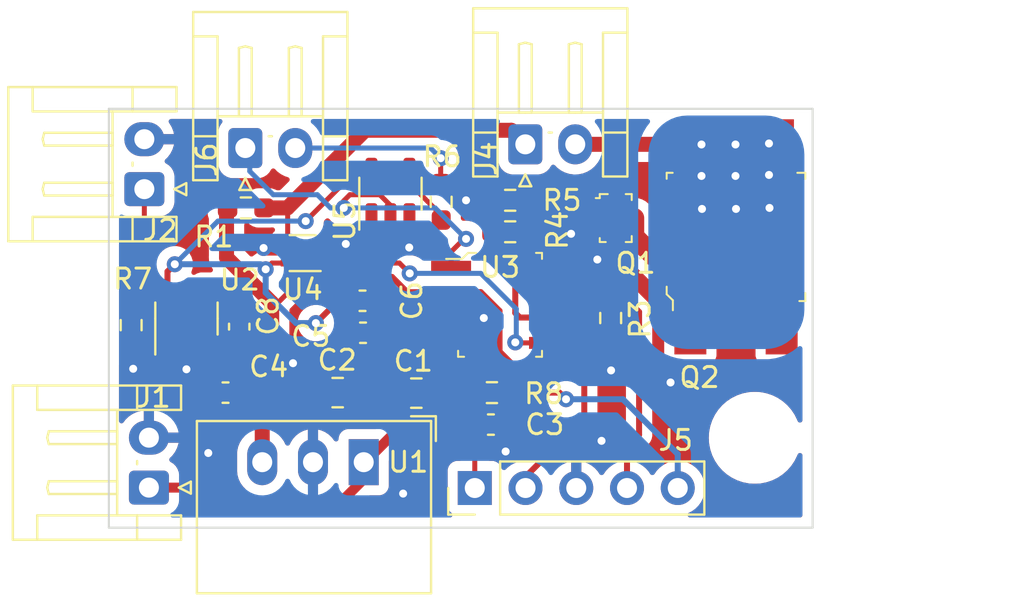
<source format=kicad_pcb>
(kicad_pcb (version 20211014) (generator pcbnew)
  (layers (0 "F.Cu" signal) (31 "B.Cu" signal) (34 "B.Paste" user) (35 "F.Paste" user) (36 "B.SilkS" user "B.Silkscreen") (37 "F.SilkS" user "F.Silkscreen") (38 "B.Mask" user) (39 "F.Mask" user) (44 "Edge.Cuts" user))
  (net 0 "")
  (net 1 "GND")
  (net 2 "puck_GND_pogo_pin")
  (net 3 "collector")
  (net 5 "+7V2")
  (net 6 "3V3")
  (net 7 "NRST")
  (net 8 "SHDN")
  (net 9 "Net-(J4-Pad1)")
  (net 10 "Net-(J6-Pad2)")
  (net 11 "Net-(Q1-Pad1)")
  (net 12 "SWCLK")
  (net 13 "PA12")
  (net 14 "LED")
  (net 16 "PA8")
  (net 17 "SWDIO")
  (net 19 "Net-(R6-Pad2)")
  (net 20 "Net-(C1-Pad1)")
  (footprint "digikey-footprints:SOIC-8_W3.9mm" (layer "F.Cu") (at 83.2104 53.4416 -90)
    (fp_text reference "U3" (at -1.8796 0) (layer "F.SilkS"))
    (fp_text value "STM32G031Jx")
    (fp_line (start 2.3 -2.1) (end 2.6 -2.1) (layer "F.SilkS") (width 0.1))
    (fp_line (start -2.3 1.9) (end -2.3 2.7) (layer "F.SilkS") (width 0.1))
    (fp_line (start -2.3 -2.1) (end -2.6 -2.1) (layer "F.SilkS") (width 0.1))
    (fp_line (start 2.6 2.1) (end 2.6 1.8) (layer "F.SilkS") (width 0.1))
    (fp_line (start -2.6 -2.1) (end -2.6 -1.8) (layer "F.SilkS") (width 0.1))
    (fp_line (start -2.6 1.6) (end -2.3 1.9) (layer "F.SilkS") (width 0.1))
    (fp_line (start 2.6 -2.1) (end 2.6 -1.8) (layer "F.SilkS") (width 0.1))
    (fp_line (start 2.3 2.1) (end 2.6 2.1) (layer "F.SilkS") (width 0.1))
    (fp_line (start -2.6 1.2) (end -2.6 1.6) (layer "F.SilkS") (width 0.1))
    (pad "1" smd rect locked (at -1.905 2.45 270) (size 0.6 2) (layers "F.Cu" "F.Paste" "F.Mask") (net 14 "LED"))
    (pad "2" smd rect locked (at -0.635 2.45 270) (size 0.6 2) (layers "F.Cu" "F.Paste" "F.Mask") (net 6 "3V3"))
    (pad "3" smd rect locked (at 0.635 2.45 270) (size 0.6 2) (layers "F.Cu" "F.Paste" "F.Mask") (net 1 "GND"))
    (pad "4" smd rect locked (at 1.905 2.45 270) (size 0.6 2) (layers "F.Cu" "F.Paste" "F.Mask") (net 7 "NRST"))
    (pad "5" smd rect locked (at 1.905 -2.45 270) (size 0.6 2) (layers "F.Cu" "F.Paste" "F.Mask") (net 16 "PA8"))
    (pad "6" smd rect locked (at 0.635 -2.45 270) (size 0.6 2) (layers "F.Cu" "F.Paste" "F.Mask") (net 13 "PA12"))
    (pad "7" smd rect locked (at -0.635 -2.45 270) (size 0.6 2) (layers "F.Cu" "F.Paste" "F.Mask") (net 17 "SWDIO"))
    (pad "8" smd rect locked (at -1.905 -2.45 270) (size 0.6 2) (layers "F.Cu" "F.Paste" "F.Mask") (net 12 "SWCLK"))
  )
  (footprint "Package_TO_SOT_SMD:TSOT-23-5" (layer "F.Cu") (at 77.724 47.879 90)
    (fp_text reference "U5" (at -1.3716 -2.286 90) (layer "F.SilkS"))
    (fp_text value "SN74LVC1G14DBV")
    (fp_line (start 0 1.56) (end 0.8 1.56) (layer "F.SilkS") (width 0.12))
    (fp_line (start 0 1.56) (end -0.8 1.56) (layer "F.SilkS") (width 0.12))
    (fp_line (start 0 -1.56) (end 0.8 -1.56) (layer "F.SilkS") (width 0.12))
    (fp_line (start 0 -1.56) (end -1.8 -1.56) (layer "F.SilkS") (width 0.12))
    (pad "1" smd roundrect (at -1.1375 -0.95 90) (size 1.325 0.6) (layers "F.Cu" "F.Paste" "F.Mask"))
    (pad "2" smd roundrect (at -1.1375 0 90) (size 1.325 0.6) (layers "F.Cu" "F.Paste" "F.Mask") (net 14 "LED"))
    (pad "3" smd roundrect (at -1.1375 0.95 90) (size 1.325 0.6) (layers "F.Cu" "F.Paste" "F.Mask") (net 1 "GND"))
    (pad "4" smd roundrect (at 1.1375 0.95 90) (size 1.325 0.6) (layers "F.Cu" "F.Paste" "F.Mask") (net 19 "Net-(R6-Pad2)"))
    (pad "5" smd roundrect (at 1.1375 -0.95 90) (size 1.325 0.6) (layers "F.Cu" "F.Paste" "F.Mask") (net 6 "3V3"))
  )
  (footprint "Capacitor_SMD:C_0603_1608Metric_Pad1.08x0.95mm_HandSolder" (layer "F.Cu") (at 76.3513 54.8386)
    (fp_text reference "C5" (at -2.6151 0.1778 180) (layer "F.SilkS"))
    (fp_text value "1uF")
    (fp_line (start -0.146267 0.51) (end 0.146267 0.51) (layer "F.SilkS") (width 0.12))
    (fp_line (start -0.146267 -0.51) (end 0.146267 -0.51) (layer "F.SilkS") (width 0.12))
    (pad "1" smd roundrect (at -0.8625 0) (size 1.075 0.95) (layers "F.Cu" "F.Paste" "F.Mask") (net 6 "3V3"))
    (pad "2" smd roundrect (at 0.8625 0) (size 1.075 0.95) (layers "F.Cu" "F.Paste" "F.Mask") (net 1 "GND"))
  )
  (footprint "Connector_JST:JST_EH_S2B-EH_1x02_P2.50mm_Horizontal" (layer "F.Cu") (at 84.475 45.4077)
    (fp_text reference "J4" (at -1.9504 0.7187 90) (layer "F.SilkS"))
    (fp_text value "puck_contacts")
    (fp_line (start -2.61 1.61) (end -2.61 -6.81) (layer "F.SilkS") (width 0.12))
    (fp_line (start -1.39 1.61) (end -2.61 1.61) (layer "F.SilkS") (width 0.12))
    (fp_line (start 0 1.5) (end -0.3 2.1) (layer "F.SilkS") (width 0.12))
    (fp_line (start -0.32 -5.01) (end 0 -5.09) (layer "F.SilkS") (width 0.12))
    (fp_line (start 2.82 -1.59) (end 2.5 -1.59) (layer "F.SilkS") (width 0.12))
    (fp_line (start -2.61 -6.81) (end 5.11 -6.81) (layer "F.SilkS") (width 0.12))
    (fp_line (start 0.32 -1.59) (end 0 -1.59) (layer "F.SilkS") (width 0.12))
    (fp_line (start 5.11 -6.81) (end 5.11 1.61) (layer "F.SilkS") (width 0.12))
    (fp_line (start 2.5 -5.09) (end 2.82 -5.01) (layer "F.SilkS") (width 0.12))
    (fp_line (start 3.89 -5.59) (end 3.89 -0.59) (layer "F.SilkS") (width 0.12))
    (fp_line (start 0.32 -5.01) (end 0.32 -1.59) (layer "F.SilkS") (width 0.12))
    (fp_line (start 5.11 1.61) (end 3.89 1.61) (layer "F.SilkS") (width 0.12))
    (fp_line (start 0.3 2.1) (end 0 1.5) (layer "F.SilkS") (width 0.12))
    (fp_line (start -0.32 -1.59) (end -0.32 -5.01) (layer "F.SilkS") (width 0.12))
    (fp_line (start -1.39 -0.59) (end -1.39 1.61) (layer "F.SilkS") (width 0.12))
    (fp_line (start 3.89 -0.59) (end 5.11 -0.59) (layer "F.SilkS") (width 0.12))
    (fp_line (start -0.3 2.1) (end 0.3 2.1) (layer "F.SilkS") (width 0.12))
    (fp_line (start -1.39 -0.59) (end -2.61 -0.59) (layer "F.SilkS") (width 0.12))
    (fp_line (start 2.18 -1.59) (end 2.18 -5.01) (layer "F.SilkS") (width 0.12))
    (fp_line (start 2.18 -5.01) (end 2.5 -5.09) (layer "F.SilkS") (width 0.12))
    (fp_line (start 0 -1.59) (end -0.32 -1.59) (layer "F.SilkS") (width 0.12))
    (fp_line (start 2.5 -1.59) (end 2.18 -1.59) (layer "F.SilkS") (width 0.12))
    (fp_line (start 3.89 1.61) (end 3.89 -0.59) (layer "F.SilkS") (width 0.12))
    (fp_line (start 2.82 -5.01) (end 2.82 -1.59) (layer "F.SilkS") (width 0.12))
    (fp_line (start 0 -5.09) (end 0.32 -5.01) (layer "F.SilkS") (width 0.12))
    (fp_line (start 1.17 -0.59) (end 1.33 -0.59) (layer "F.SilkS") (width 0.12))
    (fp_line (start 5.11 -5.59) (end 3.89 -5.59) (layer "F.SilkS") (width 0.12))
    (fp_line (start -2.61 -5.59) (end -1.39 -5.59) (layer "F.SilkS") (width 0.12))
    (fp_line (start -1.39 -5.59) (end -1.39 -0.59) (layer "F.SilkS") (width 0.12))
    (fp_line (start -1.39 -1.59) (end 3.89 -1.59) (layer "F.SilkS") (width 0.12))
    (pad "1" thru_hole roundrect (at 0 0) (size 1.7 2) (drill 1) (layers *.Cu *.Mask) (roundrect_rratio 0.1470588235) (net 9 "Net-(J4-Pad1)"))
    (pad "2" thru_hole oval (at 2.5 0) (size 1.7 2) (drill 1) (layers *.Cu *.Mask) (net 2 "puck_GND_pogo_pin"))
  )
  (footprint "Connector_JST:JST_EH_S2B-EH_1x02_P2.50mm_Horizontal" (layer "F.Cu") (at 65.405 47.6504 90)
    (fp_text reference "J2" (at -2.0574 0.7874 180) (layer "F.SilkS"))
    (fp_text value "NC_push_button")
    (fp_line (start 0 -5.09) (end 0.32 -5.01) (layer "F.SilkS") (width 0.12))
    (fp_line (start -1.39 -5.59) (end -1.39 -0.59) (layer "F.SilkS") (width 0.12))
    (fp_line (start 0.32 -1.59) (end 0 -1.59) (layer "F.SilkS") (width 0.12))
    (fp_line (start 3.89 1.61) (end 3.89 -0.59) (layer "F.SilkS") (width 0.12))
    (fp_line (start 3.89 -5.59) (end 3.89 -0.59) (layer "F.SilkS") (width 0.12))
    (fp_line (start -1.39 -1.59) (end 3.89 -1.59) (layer "F.SilkS") (width 0.12))
    (fp_line (start 2.5 -1.59) (end 2.18 -1.59) (layer "F.SilkS") (width 0.12))
    (fp_line (start -0.32 -5.01) (end 0 -5.09) (layer "F.SilkS") (width 0.12))
    (fp_line (start -2.61 -6.81) (end 5.11 -6.81) (layer "F.SilkS") (width 0.12))
    (fp_line (start -2.61 -5.59) (end -1.39 -5.59) (layer "F.SilkS") (width 0.12))
    (fp_line (start 2.18 -1.59) (end 2.18 -5.01) (layer "F.SilkS") (width 0.12))
    (fp_line (start 3.89 -0.59) (end 5.11 -0.59) (layer "F.SilkS") (width 0.12))
    (fp_line (start 5.11 1.61) (end 3.89 1.61) (layer "F.SilkS") (width 0.12))
    (fp_line (start 5.11 -6.81) (end 5.11 1.61) (layer "F.SilkS") (width 0.12))
    (fp_line (start 0.32 -5.01) (end 0.32 -1.59) (layer "F.SilkS") (width 0.12))
    (fp_line (start -1.39 -0.59) (end -1.39 1.61) (layer "F.SilkS") (width 0.12))
    (fp_line (start 0.3 2.1) (end 0 1.5) (layer "F.SilkS") (width 0.12))
    (fp_line (start -0.3 2.1) (end 0.3 2.1) (layer "F.SilkS") (width 0.12))
    (fp_line (start 5.11 -5.59) (end 3.89 -5.59) (layer "F.SilkS") (width 0.12))
    (fp_line (start 2.5 -5.09) (end 2.82 -5.01) (layer "F.SilkS") (width 0.12))
    (fp_line (start 2.82 -1.59) (end 2.5 -1.59) (layer "F.SilkS") (width 0.12))
    (fp_line (start 0 1.5) (end -0.3 2.1) (layer "F.SilkS") (width 0.12))
    (fp_line (start -0.32 -1.59) (end -0.32 -5.01) (layer "F.SilkS") (width 0.12))
    (fp_line (start -1.39 -0.59) (end -2.61 -0.59) (layer "F.SilkS") (width 0.12))
    (fp_line (start -2.61 1.61) (end -2.61 -6.81) (layer "F.SilkS") (width 0.12))
    (fp_line (start 0 -1.59) (end -0.32 -1.59) (layer "F.SilkS") (width 0.12))
    (fp_line (start -1.39 1.61) (end -2.61 1.61) (layer "F.SilkS") (width 0.12))
    (fp_line (start 1.17 -0.59) (end 1.33 -0.59) (layer "F.SilkS") (width 0.12))
    (fp_line (start 2.18 -5.01) (end 2.5 -5.09) (layer "F.SilkS") (width 0.12))
    (fp_line (start 2.82 -5.01) (end 2.82 -1.59) (layer "F.SilkS") (width 0.12))
    (pad "1" thru_hole roundrect (at 0 0 90) (size 1.7 2) (drill 1) (layers *.Cu *.Mask) (roundrect_rratio 0.1470588235) (net 8 "SHDN"))
    (pad "2" thru_hole oval (at 2.5 0 90) (size 1.7 2) (drill 1) (layers *.Cu *.Mask) (net 1 "GND"))
  )
  (footprint "digikey-footprints:TO-252-3" (layer "F.Cu") (at 95.0214 50.3428 90)
    (fp_text reference "Q2" (at -6.731 -1.8288 180) (layer "F.SilkS"))
    (fp_text value "CDCLD400 TR13")
    (fp_line (start -2.57 -3.47) (end -2.87 -3.16) (layer "F.SilkS") (width 0.1))
    (fp_line (start 3.51 -3.17) (end 3.51 -3.47) (layer "F.SilkS") (width 0.1))
    (fp_line (start -2.19 -3.47) (end -2.57 -3.47) (layer "F.SilkS") (width 0.1))
    (fp_line (start -2.87 -3.16) (end -3.37 -3.16) (layer "F.SilkS") (width 0.1))
    (fp_line (start -2.51 3.47) (end -2.91 3.47) (layer "F.SilkS") (width 0.1))
    (fp_line (start 3.51 3.47) (end 3.51 3.07) (layer "F.SilkS") (width 0.1))
    (fp_line (start -2.91 3.47) (end -2.91 3.17) (layer "F.SilkS") (width 0.1))
    (fp_line (start 3.51 -3.47) (end 3.21 -3.47) (layer "F.SilkS") (width 0.1))
    (fp_line (start 3.21 3.47) (end 3.51 3.47) (layer "F.SilkS") (width 0.1))
    (pad "1" smd rect locked (at -4.08 -2.285 270) (size 3 1.6) (layers "F.Cu" "F.Paste" "F.Mask") (net 3 "collector"))
    (pad "3" smd rect locked (at -4.08 2.285 270) (size 3 1.6) (layers "F.Cu" "F.Paste" "F.Mask"))
    (pad "4" smd rect locked (at 3.09 0 270) (size 6.2 5.8) (layers "F.Cu" "F.Paste" "F.Mask") (net 2 "puck_GND_pogo_pin"))
  )
  (footprint "Package_TO_SOT_SMD:SOT-563" (layer "F.Cu") (at 73.3298 50.8508 180)
    (fp_text reference "U4" (at 0 -1.8288) (layer "F.SilkS"))
    (fp_text value "INA185A4IDRLR")
    (fp_line (start 0.65 0.9) (end -0.65 0.9) (layer "F.SilkS") (width 0.12))
    (fp_line (start -0.9 -0.9) (end 0.65 -0.9) (layer "F.SilkS") (width 0.12))
    (pad "1" smd rect (at -0.75 -0.5 180) (size 0.7 0.34) (layers "F.Cu" "F.Paste" "F.Mask") (net 16 "PA8"))
    (pad "2" smd rect (at -0.75 0 180) (size 0.7 0.34) (layers "F.Cu" "F.Paste" "F.Mask") (net 1 "GND"))
    (pad "3" smd rect (at -0.75 0.5 180) (size 0.7 0.34) (layers "F.Cu" "F.Paste" "F.Mask") (net 5 "+7V2"))
    (pad "4" smd rect (at 0.75 0.5 180) (size 0.7 0.34) (layers "F.Cu" "F.Paste" "F.Mask") (net 9 "Net-(J4-Pad1)"))
    (pad "5" smd rect (at 0.75 0 180) (size 0.7 0.34) (layers "F.Cu" "F.Paste" "F.Mask") (net 1 "GND"))
    (pad "6" smd rect (at 0.75 -0.5 180) (size 0.7 0.34) (layers "F.Cu" "F.Paste" "F.Mask") (net 6 "3V3"))
  )
  (footprint "Capacitor_SMD:C_0603_1608Metric_Pad1.08x0.95mm_HandSolder" (layer "F.Cu") (at 69.469 57.8358 180)
    (fp_text reference "C4" (at -2.159 1.2954) (layer "F.SilkS"))
    (fp_text value "1uF")
    (fp_line (start -0.146267 -0.51) (end 0.146267 -0.51) (layer "F.SilkS") (width 0.12))
    (fp_line (start -0.146267 0.51) (end 0.146267 0.51) (layer "F.SilkS") (width 0.12))
    (pad "1" smd roundrect (at -0.8625 0 180) (size 1.075 0.95) (layers "F.Cu" "F.Paste" "F.Mask") (net 5 "+7V2"))
    (pad "2" smd roundrect (at 0.8625 0 180) (size 1.075 0.95) (layers "F.Cu" "F.Paste" "F.Mask") (net 1 "GND"))
  )
  (footprint "Capacitor_SMD:C_0603_1608Metric_Pad1.08x0.95mm_HandSolder" (layer "F.Cu") (at 76.3259 53.2384)
    (fp_text reference "C6" (at 2.4649 0 90) (layer "F.SilkS"))
    (fp_text value "1uF")
    (fp_line (start -0.146267 0.51) (end 0.146267 0.51) (layer "F.SilkS") (width 0.12))
    (fp_line (start -0.146267 -0.51) (end 0.146267 -0.51) (layer "F.SilkS") (width 0.12))
    (pad "1" smd roundrect (at -0.8625 0) (size 1.075 0.95) (layers "F.Cu" "F.Paste" "F.Mask") (net 6 "3V3"))
    (pad "2" smd roundrect (at 0.8625 0) (size 1.075 0.95) (layers "F.Cu" "F.Paste" "F.Mask") (net 1 "GND"))
  )
  (footprint "Connector_PinHeader_2.54mm:PinHeader_1x05_P2.54mm_Vertical" (layer "F.Cu") (at 81.9454 62.611 90)
    (fp_text reference "J5" (at 2.3876 10.0584) (layer "F.SilkS"))
    (fp_text value "Conn_01x05")
    (fp_line (start -1.33 0) (end -1.33 -1.33) (layer "F.SilkS") (width 0.12))
    (fp_line (start -1.33 1.27) (end -1.33 11.49) (layer "F.SilkS") (width 0.12))
    (fp_line (start -1.33 -1.33) (end 0 -1.33) (layer "F.SilkS") (width 0.12))
    (fp_line (start -1.33 1.27) (end 1.33 1.27) (layer "F.SilkS") (width 0.12))
    (fp_line (start 1.33 1.27) (end 1.33 11.49) (layer "F.SilkS") (width 0.12))
    (fp_line (start -1.33 11.49) (end 1.33 11.49) (layer "F.SilkS") (width 0.12))
    (pad "1" thru_hole rect (at 0 0 90) (size 1.7 1.7) (drill 1) (layers *.Cu *.Mask) (net 7 "NRST"))
    (pad "2" thru_hole oval (at 0 2.54 90) (size 1.7 1.7) (drill 1) (layers *.Cu *.Mask) (net 17 "SWDIO"))
    (pad "3" thru_hole oval (at 0 5.08 90) (size 1.7 1.7) (drill 1) (layers *.Cu *.Mask) (net 1 "GND"))
    (pad "4" thru_hole oval (at 0 7.62 90) (size 1.7 1.7) (drill 1) (layers *.Cu *.Mask) (net 12 "SWCLK"))
    (pad "5" thru_hole oval (at 0 10.16 90) (size 1.7 1.7) (drill 1) (layers *.Cu *.Mask) (net 6 "3V3"))
  )
  (footprint "MountingHole:MountingHole_2.2mm_M2_ISO14580" (layer "F.Cu") (at 95.9612 60.0964)
    (fp_text reference "REF**" hide)
    (fp_text value "MountingHole_2.2mm_M2_ISO14580")
    (pad "" np_thru_hole circle (at 0 0) (size 2.2 2.2) (drill 2.2) (layers *.Cu *.Mask))
  )
  (footprint "Resistor_SMD:R_0603_1608Metric_Pad0.98x0.95mm_HandSolder" (layer "F.Cu") (at 70.485 48.5902 180)
    (fp_text reference "R1" (at 1.6002 -1.4478) (layer "F.SilkS"))
    (fp_text value "0.06Ohm")
    (fp_line (start -0.254724 0.5225) (end 0.254724 0.5225) (layer "F.SilkS") (width 0.12))
    (fp_line (start -0.254724 -0.5225) (end 0.254724 -0.5225) (layer "F.SilkS") (width 0.12))
    (pad "1" smd roundrect (at -0.9125 0 180) (size 0.975 0.95) (layers "F.Cu" "F.Paste" "F.Mask") (net 9 "Net-(J4-Pad1)"))
    (pad "2" smd roundrect (at 0.9125 0 180) (size 0.975 0.95) (layers "F.Cu" "F.Paste" "F.Mask") (net 5 "+7V2"))
  )
  (footprint "Capacitor_SMD:C_0805_2012Metric_Pad1.18x1.45mm_HandSolder" (layer "F.Cu") (at 79.0194 57.8612)
    (fp_text reference "C1" (at -0.1524 -1.6002) (layer "F.SilkS"))
    (fp_text value "47uF")
    (fp_line (start -0.261252 0.735) (end 0.261252 0.735) (layer "F.SilkS") (width 0.12))
    (fp_line (start -0.261252 -0.735) (end 0.261252 -0.735) (layer "F.SilkS") (width 0.12))
    (pad "1" smd roundrect (at -1.0375 0) (size 1.175 1.45) (layers "F.Cu" "F.Paste" "F.Mask") (roundrect_rratio 0.2127659574) (net 20 "Net-(C1-Pad1)"))
    (pad "2" smd roundrect (at 1.0375 0) (size 1.175 1.45) (layers "F.Cu" "F.Paste" "F.Mask") (roundrect_rratio 0.2127659574) (net 1 "GND"))
  )
  (footprint "Resistor_SMD:R_0603_1608Metric_Pad0.98x0.95mm_HandSolder" (layer "F.Cu") (at 82.804 57.8358 180)
    (fp_text reference "R8" (at -2.5908 -0.0508) (layer "F.SilkS"))
    (fp_text value "10k")
    (fp_line (start -0.254724 -0.5225) (end 0.254724 -0.5225) (layer "F.SilkS") (width 0.12))
    (fp_line (start -0.254724 0.5225) (end 0.254724 0.5225) (layer "F.SilkS") (width 0.12))
    (pad "1" smd roundrect (at -0.9125 0 180) (size 0.975 0.95) (layers "F.Cu" "F.Paste" "F.Mask") (net 6 "3V3"))
    (pad "2" smd roundrect (at 0.9125 0 180) (size 0.975 0.95) (layers "F.Cu" "F.Paste" "F.Mask") (net 7 "NRST"))
  )
  (footprint "Resistor_SMD:R_0603_1608Metric_Pad0.98x0.95mm_HandSolder" (layer "F.Cu") (at 83.7184 48.2092)
    (fp_text reference "R5" (at 2.5908 0) (layer "F.SilkS"))
    (fp_text value "10k")
    (fp_line (start -0.254724 0.5225) (end 0.254724 0.5225) (layer "F.SilkS") (width 0.12))
    (fp_line (start -0.254724 -0.5225) (end 0.254724 -0.5225) (layer "F.SilkS") (width 0.12))
    (pad "1" smd roundrect (at -0.9125 0) (size 0.975 0.95) (layers "F.Cu" "F.Paste" "F.Mask") (net 1 "GND"))
    (pad "2" smd roundrect (at 0.9125 0) (size 0.975 0.95) (layers "F.Cu" "F.Paste" "F.Mask") (net 11 "Net-(Q1-Pad1)"))
  )
  (footprint "Resistor_SMD:R_0603_1608Metric_Pad0.98x0.95mm_HandSolder" (layer "F.Cu") (at 80.264 48.2854 -90)
    (fp_text reference "R6" (at -2.2606 -0.0508) (layer "F.SilkS"))
    (fp_text value "240")
    (fp_line (start -0.254724 0.5225) (end 0.254724 0.5225) (layer "F.SilkS") (width 0.12))
    (fp_line (start -0.254724 -0.5225) (end 0.254724 -0.5225) (layer "F.SilkS") (width 0.12))
    (pad "1" smd roundrect (at -0.9125 0 270) (size 0.975 0.95) (layers "F.Cu" "F.Paste" "F.Mask") (net 10 "Net-(J6-Pad2)"))
    (pad "2" smd roundrect (at 0.9125 0 270) (size 0.975 0.95) (layers "F.Cu" "F.Paste" "F.Mask") (net 19 "Net-(R6-Pad2)"))
  )
  (footprint "Capacitor_SMD:C_0603_1608Metric_Pad1.08x0.95mm_HandSolder" (layer "F.Cu") (at 82.7532 59.436)
    (fp_text reference "C3" (at 2.6924 0) (layer "F.SilkS"))
    (fp_text value "0.1u")
    (fp_line (start -0.146267 -0.51) (end 0.146267 -0.51) (layer "F.SilkS") (width 0.12))
    (fp_line (start -0.146267 0.51) (end 0.146267 0.51) (layer "F.SilkS") (width 0.12))
    (pad "1" smd roundrect (at -0.8625 0) (size 1.075 0.95) (layers "F.Cu" "F.Paste" "F.Mask") (net 7 "NRST"))
    (pad "2" smd roundrect (at 0.8625 0) (size 1.075 0.95) (layers "F.Cu" "F.Paste" "F.Mask") (net 1 "GND"))
  )
  (footprint "Connector_JST:JST_EH_S2B-EH_1x02_P2.50mm_Horizontal" (layer "F.Cu") (at 70.4596 45.593)
    (fp_text reference "J6" (at -1.9304 0.5842 90) (layer "F.SilkS"))
    (fp_text value "LED")
    (fp_line (start 3.89 -5.59) (end 3.89 -0.59) (layer "F.SilkS") (width 0.12))
    (fp_line (start 0.32 -1.59) (end 0 -1.59) (layer "F.SilkS") (width 0.12))
    (fp_line (start -1.39 -0.59) (end -1.39 1.61) (layer "F.SilkS") (width 0.12))
    (fp_line (start -2.61 -5.59) (end -1.39 -5.59) (layer "F.SilkS") (width 0.12))
    (fp_line (start 2.5 -5.09) (end 2.82 -5.01) (layer "F.SilkS") (width 0.12))
    (fp_line (start -0.3 2.1) (end 0.3 2.1) (layer "F.SilkS") (width 0.12))
    (fp_line (start -1.39 -5.59) (end -1.39 -0.59) (layer "F.SilkS") (width 0.12))
    (fp_line (start 3.89 1.61) (end 3.89 -0.59) (layer "F.SilkS") (width 0.12))
    (fp_line (start 0.32 -5.01) (end 0.32 -1.59) (layer "F.SilkS") (width 0.12))
    (fp_line (start 5.11 1.61) (end 3.89 1.61) (layer "F.SilkS") (width 0.12))
    (fp_line (start 5.11 -6.81) (end 5.11 1.61) (layer "F.SilkS") (width 0.12))
    (fp_line (start 2.18 -5.01) (end 2.5 -5.09) (layer "F.SilkS") (width 0.12))
    (fp_line (start 1.17 -0.59) (end 1.33 -0.59) (layer "F.SilkS") (width 0.12))
    (fp_line (start 2.82 -1.59) (end 2.5 -1.59) (layer "F.SilkS") (width 0.12))
    (fp_line (start 2.82 -5.01) (end 2.82 -1.59) (layer "F.SilkS") (width 0.12))
    (fp_line (start -2.61 -6.81) (end 5.11 -6.81) (layer "F.SilkS") (width 0.12))
    (fp_line (start 3.89 -0.59) (end 5.11 -0.59) (layer "F.SilkS") (width 0.12))
    (fp_line (start 0 -1.59) (end -0.32 -1.59) (layer "F.SilkS") (width 0.12))
    (fp_line (start 0 1.5) (end -0.3 2.1) (layer "F.SilkS") (width 0.12))
    (fp_line (start -1.39 -1.59) (end 3.89 -1.59) (layer "F.SilkS") (width 0.12))
    (fp_line (start 5.11 -5.59) (end 3.89 -5.59) (layer "F.SilkS") (width 0.12))
    (fp_line (start -1.39 1.61) (end -2.61 1.61) (layer "F.SilkS") (width 0.12))
    (fp_line (start -0.32 -1.59) (end -0.32 -5.01) (layer "F.SilkS") (width 0.12))
    (fp_line (start 2.5 -1.59) (end 2.18 -1.59) (layer "F.SilkS") (width 0.12))
    (fp_line (start 2.18 -1.59) (end 2.18 -5.01) (layer "F.SilkS") (width 0.12))
    (fp_line (start 0 -5.09) (end 0.32 -5.01) (layer "F.SilkS") (width 0.12))
    (fp_line (start -1.39 -0.59) (end -2.61 -0.59) (layer "F.SilkS") (width 0.12))
    (fp_line (start -0.32 -5.01) (end 0 -5.09) (layer "F.SilkS") (width 0.12))
    (fp_line (start -2.61 1.61) (end -2.61 -6.81) (layer "F.SilkS") (width 0.12))
    (fp_line (start 0.3 2.1) (end 0 1.5) (layer "F.SilkS") (width 0.12))
    (pad "1" thru_hole roundrect (at 0 0) (size 1.7 2) (drill 1) (layers *.Cu *.Mask) (roundrect_rratio 0.1470588235) (net 14 "LED"))
    (pad "2" thru_hole oval (at 2.5 0) (size 1.7 2) (drill 1) (layers *.Cu *.Mask) (net 10 "Net-(J6-Pad2)"))
  )
  (footprint "Package_TO_SOT_SMD:SOT-23-5" (layer "F.Cu") (at 67.5132 54.1274 90)
    (fp_text reference "U2" (at 1.9304 2.667 180) (layer "F.SilkS"))
    (fp_text value "MCP1801T-3302I/OT")
    (fp_line (start 0 -1.56) (end -1.8 -1.56) (layer "F.SilkS") (width 0.12))
    (fp_line (start 0 1.56) (end 0.8 1.56) (layer "F.SilkS") (width 0.12))
    (fp_line (start 0 1.56) (end -0.8 1.56) (layer "F.SilkS") (width 0.12))
    (fp_line (start 0 -1.56) (end 0.8 -1.56) (layer "F.SilkS") (width 0.12))
    (pad "1" smd roundrect (at -1.1375 -0.95 90) (size 1.325 0.6) (layers "F.Cu" "F.Paste" "F.Mask") (net 5 "+7V2"))
    (pad "2" smd roundrect (at -1.1375 0 90) (size 1.325 0.6) (layers "F.Cu" "F.Paste" "F.Mask") (net 1 "GND"))
    (pad "3" smd roundrect (at -1.1375 0.95 90) (size 1.325 0.6) (layers "F.Cu" "F.Paste" "F.Mask") (net 8 "SHDN"))
    (pad "4" smd roundrect (at 1.1375 0.95 90) (size 1.325 0.6) (layers "F.Cu" "F.Paste" "F.Mask"))
    (pad "5" smd roundrect (at 1.1375 -0.95 90) (size 1.325 0.6) (layers "F.Cu" "F.Paste" "F.Mask") (net 6 "3V3"))
  )
  (footprint "Capacitor_SMD:C_0603_1608Metric_Pad1.08x0.95mm_HandSolder" (layer "F.Cu") (at 70.1548 54.5338 -90)
    (fp_text reference "C8" (at -0.5334 -1.4478 90) (layer "F.SilkS"))
    (fp_text value "0.1u")
    (fp_line (start -0.146267 -0.51) (end 0.146267 -0.51) (layer "F.SilkS") (width 0.12))
    (fp_line (start -0.146267 0.51) (end 0.146267 0.51) (layer "F.SilkS") (width 0.12))
    (pad "1" smd roundrect (at -0.8625 0 270) (size 1.075 0.95) (layers "F.Cu" "F.Paste" "F.Mask") (net 8 "SHDN"))
    (pad "2" smd roundrect (at 0.8625 0 270) (size 1.075 0.95) (layers "F.Cu" "F.Paste" "F.Mask") (net 1 "GND"))
  )
  (footprint "Resistor_SMD:R_0603_1608Metric_Pad0.98x0.95mm_HandSolder" (layer "F.Cu") (at 64.7446 54.4576 90)
    (fp_text reference locked "R7" (at 2.3114 0.0762 180) (layer "F.SilkS"))
    (fp_text value "10k")
    (fp_line (start -0.254724 0.5225) (end 0.254724 0.5225) (layer "F.SilkS") (width 0.12))
    (fp_line (start -0.254724 -0.5225) (end 0.254724 -0.5225) (layer "F.SilkS") (width 0.12))
    (pad "1" smd roundrect (at -0.9125 0 90) (size 0.975 0.95) (layers "F.Cu" "F.Paste" "F.Mask") (net 5 "+7V2"))
    (pad "2" smd roundrect (at 0.9125 0 90) (size 0.975 0.95) (layers "F.Cu" "F.Paste" "F.Mask") (net 8 "SHDN"))
  )
  (footprint "Connector_JST:JST_EH_S2B-EH_1x02_P2.50mm_Horizontal" (layer "F.Cu") (at 65.6336 62.5906 90)
    (fp_text reference "J1" (at 4.5262 0.2286 180) (layer "F.SilkS"))
    (fp_text value "Power_supply")
    (fp_line (start 2.5 -1.59) (end 2.18 -1.59) (layer "F.SilkS") (width 0.12))
    (fp_line (start 3.89 1.61) (end 3.89 -0.59) (layer "F.SilkS") (width 0.12))
    (fp_line (start -1.39 -0.59) (end -2.61 -0.59) (layer "F.SilkS") (width 0.12))
    (fp_line (start 0 -5.09) (end 0.32 -5.01) (layer "F.SilkS") (width 0.12))
    (fp_line (start -1.39 -5.59) (end -1.39 -0.59) (layer "F.SilkS") (width 0.12))
    (fp_line (start 0.32 -1.59) (end 0 -1.59) (layer "F.SilkS") (width 0.12))
    (fp_line (start 0.3 2.1) (end 0 1.5) (layer "F.SilkS") (width 0.12))
    (fp_line (start -1.39 -1.59) (end 3.89 -1.59) (layer "F.SilkS") (width 0.12))
    (fp_line (start 5.11 -5.59) (end 3.89 -5.59) (layer "F.SilkS") (width 0.12))
    (fp_line (start 2.5 -5.09) (end 2.82 -5.01) (layer "F.SilkS") (width 0.12))
    (fp_line (start 2.82 -1.59) (end 2.5 -1.59) (layer "F.SilkS") (width 0.12))
    (fp_line (start 3.89 -0.59) (end 5.11 -0.59) (layer "F.SilkS") (width 0.12))
    (fp_line (start 0 1.5) (end -0.3 2.1) (layer "F.SilkS") (width 0.12))
    (fp_line (start 5.11 1.61) (end 3.89 1.61) (layer "F.SilkS") (width 0.12))
    (fp_line (start -0.32 -1.59) (end -0.32 -5.01) (layer "F.SilkS") (width 0.12))
    (fp_line (start -1.39 -0.59) (end -1.39 1.61) (layer "F.SilkS") (width 0.12))
    (fp_line (start -2.61 -6.81) (end 5.11 -6.81) (layer "F.SilkS") (width 0.12))
    (fp_line (start -2.61 1.61) (end -2.61 -6.81) (layer "F.SilkS") (width 0.12))
    (fp_line (start -2.61 -5.59) (end -1.39 -5.59) (layer "F.SilkS") (width 0.12))
    (fp_line (start 1.17 -0.59) (end 1.33 -0.59) (layer "F.SilkS") (width 0.12))
    (fp_line (start 3.89 -5.59) (end 3.89 -0.59) (layer "F.SilkS") (width 0.12))
    (fp_line (start -1.39 1.61) (end -2.61 1.61) (layer "F.SilkS") (width 0.12))
    (fp_line (start 0 -1.59) (end -0.32 -1.59) (layer "F.SilkS") (width 0.12))
    (fp_line (start 0.32 -5.01) (end 0.32 -1.59) (layer "F.SilkS") (width 0.12))
    (fp_line (start 2.82 -5.01) (end 2.82 -1.59) (layer "F.SilkS") (width 0.12))
    (fp_line (start 2.18 -1.59) (end 2.18 -5.01) (layer "F.SilkS") (width 0.12))
    (fp_line (start 2.18 -5.01) (end 2.5 -5.09) (layer "F.SilkS") (width 0.12))
    (fp_line (start 5.11 -6.81) (end 5.11 1.61) (layer "F.SilkS") (width 0.12))
    (fp_line (start -0.3 2.1) (end 0.3 2.1) (layer "F.SilkS") (width 0.12))
    (fp_line (start -0.32 -5.01) (end 0 -5.09) (layer "F.SilkS") (width 0.12))
    (pad "1" thru_hole roundrect (at 0 0 90) (size 1.7 2) (drill 1) (layers *.Cu *.Mask) (roundrect_rratio 0.1470588235) (net 20 "Net-(C1-Pad1)"))
    (pad "2" thru_hole oval (at 2.5 0 90) (size 1.7 2) (drill 1) (layers *.Cu *.Mask) (net 1 "GND"))
  )
  (footprint "Resistor_SMD:R_0603_1608Metric_Pad0.98x0.95mm_HandSolder" (layer "F.Cu") (at 83.7184 49.784)
    (fp_text reference "R4" (at 2.3622 -0.0762 90) (layer "F.SilkS"))
    (fp_text value "10")
    (fp_line (start -0.254724 0.5225) (end 0.254724 0.5225) (layer "F.SilkS") (width 0.12))
    (fp_line (start -0.254724 -0.5225) (end 0.254724 -0.5225) (layer "F.SilkS") (width 0.12))
    (pad "1" smd roundrect (at -0.9125 0) (size 0.975 0.95) (layers "F.Cu" "F.Paste" "F.Mask") (net 13 "PA12"))
    (pad "2" smd roundrect (at 0.9125 0) (size 0.975 0.95) (layers "F.Cu" "F.Paste" "F.Mask") (net 11 "Net-(Q1-Pad1)"))
  )
  (footprint "Converter_DCDC:Converter_DCDC_RECOM_R-78E-0.5_THT" (layer "F.Cu") (at 76.3864 61.3179 180)
    (fp_text reference "U1" (at -2.2266 0.0023) (layer "F.SilkS"))
    (fp_text value "SR05S7V2")
    (fp_line (start -3.371 -6.56) (end -3.371 2.06) (layer "F.SilkS") (width 0.12))
    (fp_line (start 8.35 -6.56) (end 8.35 2.06) (layer "F.SilkS") (width 0.12))
    (fp_line (start -3.371 2.06) (end 8.35 2.06) (layer "F.SilkS") (width 0.12))
    (fp_line (start -3.611 2.3) (end -2.371 2.3) (layer "F.SilkS") (width 0.12))
    (fp_line (start -3.371 -6.56) (end 8.35 -6.56) (layer "F.SilkS") (width 0.12))
    (fp_line (start -3.611 1.06) (end -3.611 2.3) (layer "F.SilkS") (width 0.12))
    (pad "1" thru_hole rect (at 0 0 180) (size 1.5 2.3) (drill 1) (layers *.Cu *.Mask) (net 20 "Net-(C1-Pad1)"))
    (pad "2" thru_hole oval (at 2.54 0 180) (size 1.5 2.3) (drill 1) (layers *.Cu *.Mask) (net 1 "GND"))
    (pad "3" thru_hole oval (at 5.08 0 180) (size 1.5 2.3) (drill 1) (layers *.Cu *.Mask) (net 5 "+7V2"))
  )
  (footprint "Capacitor_SMD:C_0805_2012Metric_Pad1.18x1.45mm_HandSolder" (layer "F.Cu") (at 75.0824 57.8358)
    (fp_text reference "C2" (at -0.0254 -1.6256) (layer "F.SilkS"))
    (fp_text value "10uF")
    (fp_line (start -0.261252 -0.735) (end 0.261252 -0.735) (layer "F.SilkS") (width 0.12))
    (fp_line (start -0.261252 0.735) (end 0.261252 0.735) (layer "F.SilkS") (width 0.12))
    (pad "1" smd roundrect (at -1.0375 0) (size 1.175 1.45) (layers "F.Cu" "F.Paste" "F.Mask") (roundrect_rratio 0.2127659574) (net 5 "+7V2"))
    (pad "2" smd roundrect (at 1.0375 0) (size 1.175 1.45) (layers "F.Cu" "F.Paste" "F.Mask") (roundrect_rratio 0.2127659574) (net 1 "GND"))
  )
  (footprint "digikey-footprints:SOT-323" (layer "F.Cu") (at 89.0016 49.0982)
    (fp_text reference "Q1" (at 0.9906 2.2606) (layer "F.SilkS"))
    (fp_text value "BSS214NWH6327XTSA1")
    (fp_line (start -0.8 -1.2) (end -0.8 -1) (layer "F.SilkS") (width 0.1))
    (fp_line (start -0.8 1.2) (end -0.5 1.2) (layer "F.SilkS") (width 0.1))
    (fp_line (start 0.5 1.2) (end 0.8 1.2) (layer "F.SilkS") (width 0.1))
    (fp_line (start -0.4 -1.2) (end -0.8 -1.2) (layer "F.SilkS") (width 0.1))
    (fp_line (start -0.8 1) (end -0.8 1.2) (layer "F.SilkS") (width 0.1))
    (fp_line (start 0.8 -1.2) (end 0.8 -0.9) (layer "F.SilkS") (width 0.1))
    (fp_line (start 0.8 1.2) (end 0.8 0.9) (layer "F.SilkS") (width 0.1))
    (fp_line (start -0.8 -1) (end -1 -1) (layer "F.SilkS") (width 0.1))
    (fp_line (start 0.5 -1.2) (end 0.8 -1.2) (layer "F.SilkS") (width 0.1))
    (pad "1" smd rect locked (at -0.925 -0.65) (size 0.55 0.6) (layers "F.Cu" "F.Paste" "F.Mask") (net 11 "Net-(Q1-Pad1)"))
    (pad "2" smd rect locked (at -0.925 0.65) (size 0.55 0.6) (layers "F.Cu" "F.Paste" "F.Mask") (net 1 "GND"))
    (pad "3" smd rect locked (at 0.925 0) (size 0.55 0.6) (layers "F.Cu" "F.Paste" "F.Mask") (net 3 "collector"))
  )
  (footprint "Resistor_SMD:R_0603_1608Metric_Pad0.98x0.95mm_HandSolder" (layer "F.Cu") (at 88.7476 54.102 -90)
    (fp_text reference "R3" (at 0.0508 -1.4732 90) (layer "F.SilkS"))
    (fp_text value "10k")
    (fp_line (start -0.254724 -0.5225) (end 0.254724 -0.5225) (layer "F.SilkS") (width 0.12))
    (fp_line (start -0.254724 0.5225) (end 0.254724 0.5225) (layer "F.SilkS") (width 0.12))
    (pad "1" smd roundrect (at -0.9125 0 270) (size 0.975 0.95) (layers "F.Cu" "F.Paste" "F.Mask") (net 12 "SWCLK"))
    (pad "2" smd roundrect (at 0.9125 0 270) (size 0.975 0.95) (layers "F.Cu" "F.Paste" "F.Mask") (net 1 "GND"))
  )
  (footprint "digikey-footprints:PROBE_PAD_0603" (layer "B.Cu") (at 96.7526 52.509 90)
    (fp_text reference "REF**" hide)
    (fp_text value "PROBE_PAD_0603")
    (pad "1" smd roundrect (at 2.6996 -2.2138 90) (size 11.68865 7.81015) (layers "B.Cu") (roundrect_rratio 0.250000064) (net 2 "puck_GND_pogo_pin"))
  )
  (gr_line (start 63.627 43.6278) (end 63.627 64.595) (layer "Edge.Cuts") (width 0.1))
  (gr_line (start 98.8568 43.6278) (end 98.8568 64.595) (layer "Edge.Cuts") (width 0.1))
  (gr_line (start 98.8568 64.595) (end 63.627 64.595) (layer "Edge.Cuts") (width 0.1))
  (gr_line (start 63.627 43.6278) (end 98.8568 43.6278) (layer "Edge.Cuts") (width 0.1))
  (segment (start 80.7858 54.102) (end 80.7604 54.0766) (width 0.25) (layer "F.Cu") (net 1))
  (segment (start 72.5798 50.8508) (end 71.5264 50.8508) (width 0.25) (layer "F.Cu") (net 1))
  (segment (start 88.0766 49.7482) (end 86.9038 49.7482) (width 0.5) (layer "F.Cu") (net 1))
  (segment (start 86.9038 49.7482) (end 86.7664 49.8856) (width 0.5) (layer "F.Cu") (net 1))
  (segment (start 78.674 49.0165) (end 78.674 50.5612) (width 0.25) (layer "F.Cu") (net 1))
  (segment (start 75.0316 50.8508) (end 75.4888 50.3936) (width 0.25) (layer "F.Cu") (net 1))
  (segment (start 76.1324 57.8405) (end 76.1277 57.8358) (width 0.5) (layer "F.Cu") (net 1))
  (segment (start 88.0766 51.1704) (end 88.0797 51.1735) (width 0.5) (layer "F.Cu") (net 1))
  (segment (start 74.0798 50.8508) (end 75.0316 50.8508) (width 0.25) (layer "F.Cu") (net 1))
  (segment (start 71.374 50.5968) (end 71.374 50.6984) (width 0.25) (layer "F.Cu") (net 1))
  (segment (start 88.0766 49.7482) (end 88.0766 51.1704) (width 0.5) (layer "F.Cu") (net 1))
  (segment (start 82.3976 54.102) (end 80.7858 54.102) (width 0.25) (layer "F.Cu") (net 1))
  (segment (start 71.374 50.6984) (end 71.5264 50.8508) (width 0.25) (layer "F.Cu") (net 1))
  (segment (start 78.674 50.5612) (end 78.6638 50.5714) (width 0.25) (layer "F.Cu") (net 1))
  (via (at 67.5132 56.6674) (size 0.8) (drill 0.4) (layers "F.Cu" "B.Cu") (net 1))
  (via (at 88.0797 51.1735) (size 0.8) (drill 0.4) (layers "F.Cu" "B.Cu") (net 1))
  (via (at 88.768084 56.723526) (size 0.8) (drill 0.4) (layers "F.Cu" "B.Cu") (net 1))
  (via (at 78.6638 50.5714) (size 0.8) (drill 0.4) (layers "F.Cu" "B.Cu") (net 1))
  (via (at 91.7448 57.3278) (size 0.8) (drill 0.4) (layers "F.Cu" "B.Cu") (net 1))
  (via (at 64.8462 56.642) (size 0.8) (drill 0.4) (layers "F.Cu" "B.Cu") (net 1))
  (via (at 68.6054 60.8584) (size 0.8) (drill 0.4) (layers "F.Cu" "B.Cu") (net 1))
  (via (at 72.8472 56.3626) (size 0.8) (drill 0.4) (layers "F.Cu" "B.Cu") (net 1))
  (via (at 83.4898 60.7822) (size 0.8) (drill 0.4) (layers "F.Cu" "B.Cu") (net 1))
  (via (at 81.5086 48.2092) (size 0.8) (drill 0.4) (layers "F.Cu" "B.Cu") (net 1))
  (via (at 71.374 50.5968) (size 0.8) (drill 0.4) (layers "F.Cu" "B.Cu") (net 1))
  (via (at 78.359 62.8904) (size 0.8) (drill 0.4) (layers "F.Cu" "B.Cu") (net 1))
  (via (at 75.4888 50.3936) (size 0.8) (drill 0.4) (layers "F.Cu" "B.Cu") (net 1))
  (via (at 86.7664 49.8856) (size 0.8) (drill 0.4) (layers "F.Cu" "B.Cu") (net 1))
  (via (at 82.3976 54.102) (size 0.8) (drill 0.4) (layers "F.Cu" "B.Cu") (net 1))
  (via (at 88.2904 60.2488) (size 0.8) (drill 0.4) (layers "F.Cu" "B.Cu") (net 1))
  (segment (start 93.3362 45.5676) (end 95.0214 47.2528) (width 1) (layer "F.Cu") (net 2))
  (segment (start 86.975 45.4077) (end 93.1763 45.4077) (width 0.75) (layer "F.Cu") (net 2))
  (segment (start 93.1763 45.4077) (end 95.0214 47.2528) (width 0.75) (layer "F.Cu") (net 2))
  (segment (start 95.0214 47.2528) (end 93.3616 45.593) (width 1) (layer "F.Cu") (net 2))
  (via (at 93.2942 45.4152) (size 0.8) (drill 0.4) (layers "F.Cu" "B.Cu") (net 2))
  (via (at 93.3196 48.641) (size 0.8) (drill 0.4) (layers "F.Cu" "B.Cu") (net 2))
  (via (at 96.6724 45.3644) (size 0.8) (drill 0.4) (layers "F.Cu" "B.Cu") (net 2))
  (via (at 94.996 46.99) (size 0.8) (drill 0.4) (layers "F.Cu" "B.Cu") (net 2))
  (via (at 96.6724 46.9392) (size 0.8) (drill 0.4) (layers "F.Cu" "B.Cu") (net 2))
  (via (at 95.0214 48.641) (size 0.8) (drill 0.4) (layers "F.Cu" "B.Cu") (net 2))
  (via (at 94.996 45.4152) (size 0.8) (drill 0.4) (layers "F.Cu" "B.Cu") (net 2))
  (via (at 96.6978 48.5902) (size 0.8) (drill 0.4) (layers "F.Cu" "B.Cu") (net 2))
  (via (at 93.2942 46.99) (size 0.8) (drill 0.4) (layers "F.Cu" "B.Cu") (net 2))
  (segment (start 92.7364 52.833) (end 92.7364 54.4228) (width 1) (layer "F.Cu") (net 3))
  (segment (start 89.9266 50.0232) (end 92.7364 52.833) (width 1) (layer "F.Cu") (net 3))
  (segment (start 89.9266 49.0982) (end 89.9266 50.0232) (width 1) (layer "F.Cu") (net 3))
  (segment (start 69.5198 51.0794) (end 69.5198 48.6429) (width 0.75) (layer "F.Cu") (net 5))
  (segment (start 71.0524 58.5567) (end 71.0535 58.5567) (width 0.75) (layer "F.Cu") (net 5))
  (segment (start 71.7804 58.3356) (end 71.7804 58.039) (width 0.75) (layer "F.Cu") (net 5))
  (segment (start 72.089822 53.34) (end 73.3298 52.100022) (width 0.25) (layer "F.Cu") (net 5))
  (segment (start 71.0524 58.5567) (end 70.3315 57.8358) (width 0.75) (layer "F.Cu") (net 5))
  (segment (start 71.7804 53.34) (end 72.089822 53.34) (width 0.25) (layer "F.Cu") (net 5))
  (segment (start 71.3064 58.8096) (end 71.3064 61.3179) (width 0.75) (layer "F.Cu") (net 5))
  (segment (start 71.0535 58.5567) (end 71.3064 58.8096) (width 0.75) (layer "F.Cu") (net 5))
  (segment (start 64.8498 55.2649) (end 64.7446 55.3701) (width 0.3) (layer "F.Cu") (net 5))
  (segment (start 71.9836 57.8358) (end 71.7804 58.039) (width 0.5) (layer "F.Cu") (net 5))
  (segment (start 73.4996 50.3508) (end 74.0798 50.3508) (width 0.25) (layer "F.Cu") (net 5))
  (segment (start 69.5198 48.6429) (end 69.5725 48.5902) (width 0.75) (layer "F.Cu") (net 5))
  (segment (start 73.3298 52.100022) (end 73.3298 50.5206) (width 0.25) (layer "F.Cu") (net 5))
  (segment (start 71.7804 53.34) (end 71.7804 58.039) (width 0.75) (layer "F.Cu") (net 5))
  (segment (start 73.3298 50.5206) (end 73.4996 50.3508) (width 0.25) (layer "F.Cu") (net 5))
  (segment (start 71.7804 53.34) (end 69.5198 51.0794) (width 0.75) (layer "F.Cu") (net 5))
  (segment (start 70.3315 58.4973) (end 70.3315 57.8358) (width 0.3) (layer "F.Cu") (net 5))
  (segment (start 67.691 59.309) (end 69.5198 59.309) (width 0.3) (layer "F.Cu") (net 5))
  (segment (start 71.3064 58.8096) (end 71.7804 58.3356) (width 0.75) (layer "F.Cu") (net 5))
  (segment (start 66.5632 55.2649) (end 66.5632 58.1812) (width 0.3) (layer "F.Cu") (net 5))
  (segment (start 69.5198 59.309) (end 70.3315 58.4973) (width 0.3) (layer "F.Cu") (net 5))
  (segment (start 66.5632 55.2649) (end 64.8498 55.2649) (width 0.3) (layer "F.Cu") (net 5))
  (segment (start 74.0449 57.8358) (end 71.9836 57.8358) (width 0.5) (layer "F.Cu") (net 5))
  (segment (start 66.5632 58.1812) (end 67.691 59.309) (width 0.3) (layer "F.Cu") (net 5))
  (segment (start 83.185 53.7464) (end 83.185 55.7784) (width 0.3) (layer "F.Cu") (net 6))
  (segment (start 83.7165 57.8358) (end 86.1822 57.8358) (width 0.3) (layer "F.Cu") (net 6))
  (segment (start 76.774 46.7415) (end 75.9913 46.7415) (width 0.25) (layer "F.Cu") (net 6))
  (segment (start 83.7946 57.7577) (end 83.7165 57.8358) (width 0.3) (layer "F.Cu") (net 6))
  (segment (start 83.7946 56.388) (end 83.7946 57.7577) (width 0.3) (layer "F.Cu") (net 6))
  (segment (start 75.9913 46.7415) (end 73.4822 49.2506) (width 0.25) (layer "F.Cu") (net 6))
  (segment (start 75.4634 54.8132) (end 75.4888 54.8386) (width 0.3) (layer "F.Cu") (net 6))
  (segment (start 75.4634 53.2384) (end 75.4634 52.4002) (width 0.3) (layer "F.Cu") (net 6))
  (segment (start 71.7884 51.3508) (end 71.478876 51.660324) (width 0.25) (layer "F.Cu") (net 6))
  (segment (start 86.1822 57.8358) (end 86.5124 58.166) (width 0.3) (layer "F.Cu") (net 6))
  (segment (start 66.5632 52.9899) (end 66.5632 51.7754) (width 0.3) (layer "F.Cu") (net 6))
  (segment (start 66.5632 51.7754) (end 66.929 51.4096) (width 0.3) (layer "F.Cu") (net 6))
  (segment (start 77.8002 52.0446) (end 78.5622 52.8066) (width 0.3) (layer "F.Cu") (net 6))
  (segment (start 72.5798 51.3508) (end 71.7884 51.3508) (width 0.25) (layer "F.Cu") (net 6))
  (segment (start 83.185 55.7784) (end 83.7946 56.388) (width 0.3) (layer "F.Cu") (net 6))
  (segment (start 75.1078 53.2384) (end 75.4634 53.2384) (width 0.3) (layer "F.Cu") (net 6))
  (segment (start 75.819 52.0446) (end 77.8002 52.0446) (width 0.3) (layer "F.Cu") (net 6))
  (segment (start 78.5622 52.8066) (end 80.7604 52.8066) (width 0.3) (layer "F.Cu") (net 6))
  (segment (start 73.9902 54.356) (end 75.1078 53.2384) (width 0.3) (layer "F.Cu") (net 6))
  (segment (start 82.2452 52.8066) (end 83.185 53.7464) (width 0.3) (layer "F.Cu") (net 6))
  (segment (start 75.4634 52.4002) (end 75.819 52.0446) (width 0.3) (layer "F.Cu") (net 6))
  (segment (start 75.4634 53.2384) (end 75.4634 54.8132) (width 0.3) (layer "F.Cu") (net 6))
  (segment (start 80.7604 52.8066) (end 82.2452 52.8066) (width 0.3) (layer "F.Cu") (net 6))
  (via (at 66.929 51.4096) (size 0.8) (drill 0.4) (layers "F.Cu" "B.Cu") (net 6))
  (via (at 86.5124 58.166) (size 0.8) (drill 0.4) (layers "F.Cu" "B.Cu") (net 6))
  (via (at 71.478876 51.660324) (size 0.8) (drill 0.4) (layers "F.Cu" "B.Cu") (net 6))
  (via (at 73.9902 54.356) (size 0.8) (drill 0.4) (layers "F.Cu" "B.Cu") (net 6))
  (via (at 73.4822 49.2506) (size 0.8) (drill 0.4) (layers "F.Cu" "B.Cu") (net 6))
  (segment (start 71.478876 51.660324) (end 71.228152 51.4096) (width 0.25) (layer "B.Cu") (net 6))
  (segment (start 72.9996 54.356) (end 73.9902 54.356) (width 0.3) (layer "B.Cu") (net 6))
  (segment (start 73.4822 49.2506) (end 69.088 49.2506) (width 0.25) (layer "B.Cu") (net 6))
  (segment (start 66.929 51.4096) (end 71.228152 51.4096) (width 0.3) (layer "B.Cu") (net 6))
  (segment (start 71.478876 51.660324) (end 71.478876 52.835276) (width 0.3) (layer "B.Cu") (net 6))
  (segment (start 92.1054 60.9142) (end 92.1054 62.611) (width 0.3) (layer "B.Cu") (net 6))
  (segment (start 69.088 49.2506) (end 66.929 51.4096) (width 0.25) (layer "B.Cu") (net 6))
  (segment (start 86.5124 58.166) (end 89.3572 58.166) (width 0.3) (layer "B.Cu") (net 6))
  (segment (start 71.478876 52.835276) (end 72.9996 54.356) (width 0.3) (layer "B.Cu") (net 6))
  (segment (start 89.3572 58.166) (end 92.1054 60.9142) (width 0.3) (layer "B.Cu") (net 6))
  (segment (start 81.9454 59.4907) (end 81.9454 62.611) (width 0.25) (layer "F.Cu") (net 7))
  (segment (start 81.8915 56.1613) (end 81.0768 55.3466) (width 0.25) (layer "F.Cu") (net 7))
  (segment (start 81.8915 59.4352) (end 81.8907 59.436) (width 0.25) (layer "F.Cu") (net 7))
  (segment (start 81.8915 57.8358) (end 81.8915 56.1613) (width 0.25) (layer "F.Cu") (net 7))
  (segment (start 81.0768 55.3466) (end 80.7604 55.3466) (width 0.25) (layer "F.Cu") (net 7))
  (segment (start 81.8907 59.436) (end 81.9454 59.4907) (width 0.25) (layer "F.Cu") (net 7))
  (segment (start 81.8915 57.8358) (end 81.8915 59.4352) (width 0.25) (layer "F.Cu") (net 7))
  (segment (start 65.405 51.1556) (end 65.405 47.6504) (width 0.25) (layer "F.Cu") (net 8))
  (segment (start 69.3917 53.6713) (end 70.1548 53.6713) (width 0.25) (layer "F.Cu") (net 8))
  (segment (start 68.0974 54.1274) (end 68.4632 54.4932) (width 0.25) (layer "F.Cu") (net 8))
  (segment (start 68.4632 54.5998) (end 69.3917 53.6713) (width 0.25) (layer "F.Cu") (net 8))
  (segment (start 64.7446 53.5451) (end 64.7446 51.816) (width 0.25) (layer "F.Cu") (net 8))
  (segment (start 65.2037 53.5451) (end 65.786 54.1274) (width 0.25) (layer "F.Cu") (net 8))
  (segment (start 68.4632 54.4932) (end 68.4632 55.2649) (width 0.25) (layer "F.Cu") (net 8))
  (segment (start 68.4632 55.2649) (end 68.4632 54.5998) (width 0.25) (layer "F.Cu") (net 8))
  (segment (start 65.786 54.1274) (end 68.0974 54.1274) (width 0.25) (layer "F.Cu") (net 8))
  (segment (start 64.7446 53.5451) (end 65.2037 53.5451) (width 0.25) (layer "F.Cu") (net 8))
  (segment (start 64.7446 51.816) (end 65.405 51.1556) (width 0.25) (layer "F.Cu") (net 8))
  (segment (start 72.5798 48.6022) (end 72.5678 48.5902) (width 0.25) (layer "F.Cu") (net 9))
  (segment (start 83.7713 44.704) (end 84.475 45.4077) (width 0.75) (layer "F.Cu") (net 9))
  (segment (start 72.5678 48.5902) (end 76.454 44.704) (width 0.75) (layer "F.Cu") (net 9))
  (segment (start 76.454 44.704) (end 83.7713 44.704) (width 0.75) (layer "F.Cu") (net 9))
  (segment (start 72.5678 48.5902) (end 71.3975 48.5902) (width 0.75) (layer "F.Cu") (net 9))
  (segment (start 72.5798 50.3508) (end 72.5798 48.6022) (width 0.25) (layer "F.Cu") (net 9))
  (segment (start 80.2386 47.3475) (end 80.264 47.3729) (width 0.25) (layer "F.Cu") (net 10))
  (segment (start 80.2386 46.101) (end 80.2386 47.3475) (width 0.25) (layer "F.Cu") (net 10))
  (via (at 80.2386 46.101) (size 0.8) (drill 0.4) (layers "F.Cu" "B.Cu") (net 10))
  (segment (start 79.7306 45.593) (end 80.2386 46.101) (width 0.25) (layer "B.Cu") (net 10))
  (segment (start 79.7306 45.593) (end 73.1832 45.593) (width 0.25) (layer "B.Cu") (net 10))
  (segment (start 84.6309 48.2092) (end 84.6309 49.784) (width 0.3) (layer "F.Cu") (net 11))
  (segment (start 88.0766 48.4482) (end 84.8699 48.4482) (width 0.3) (layer "F.Cu") (net 11))
  (segment (start 84.8699 48.4482) (end 84.6309 48.2092) (width 0.3) (layer "F.Cu") (net 11))
  (segment (start 90.17 53.7972) (end 90.17 59.944) (width 0.3) (layer "F.Cu") (net 12))
  (segment (start 88.2923 53.1895) (end 88.7476 53.1895) (width 0.3) (layer "F.Cu") (net 12))
  (segment (start 89.5623 53.1895) (end 90.17 53.7972) (width 0.3) (layer "F.Cu") (net 12))
  (segment (start 86.6394 51.5366) (end 88.2923 53.1895) (width 0.3) (layer "F.Cu") (net 12))
  (segment (start 85.6604 51.5366) (end 86.6394 51.5366) (width 0.3) (layer "F.Cu") (net 12))
  (segment (start 88.7476 53.1895) (end 89.5623 53.1895) (width 0.3) (layer "F.Cu") (net 12))
  (segment (start 90.17 59.944) (end 89.5654 60.5486) (width 0.3) (layer "F.Cu") (net 12))
  (segment (start 89.5654 60.5486) (end 89.5654 62.611) (width 0.3) (layer "F.Cu") (net 12))
  (segment (start 82.804 50.9016) (end 82.804 49.7859) (width 0.3) (layer "F.Cu") (net 13))
  (segment (start 84.201 54.0766) (end 85.6604 54.0766) (width 0.3) (layer "F.Cu") (net 13))
  (segment (start 83.9724 53.848) (end 84.201 54.0766) (width 0.3) (layer "F.Cu") (net 13))
  (segment (start 83.9724 52.07) (end 82.804 50.9016) (width 0.3) (layer "F.Cu") (net 13))
  (segment (start 83.9724 53.848) (end 83.9724 52.07) (width 0.3) (layer "F.Cu") (net 13))
  (segment (start 81.5086 50.1396) (end 81.407 50.1396) (width 0.25) (layer "F.Cu") (net 14))
  (segment (start 80.7604 50.7862) (end 80.7604 51.5366) (width 0.25) (layer "F.Cu") (net 14))
  (segment (start 75.3872 48.2346) (end 75.3872 48.5902) (width 0.25) (layer "F.Cu") (net 14))
  (segment (start 77.1906 47.9298) (end 75.692 47.9298) (width 0.25) (layer "F.Cu") (net 14))
  (segment (start 77.724 48.4632) (end 77.724 49.0165) (width 0.25) (layer "F.Cu") (net 14))
  (segment (start 81.407 50.1396) (end 80.7604 50.7862) (width 0.25) (layer "F.Cu") (net 14))
  (segment (start 77.1906 47.9298) (end 77.724 48.4632) (width 0.25) (layer "F.Cu") (net 14))
  (segment (start 75.692 47.9298) (end 75.3872 48.2346) (width 0.25) (layer "F.Cu") (net 14))
  (via (at 75.3872 48.5902) (size 0.8) (drill 0.4) (layers "F.Cu" "B.Cu") (net 14))
  (via (at 81.5086 50.1396) (size 0.8) (drill 0.4) (layers "F.Cu" "B.Cu") (net 14))
  (segment (start 74.0664 47.9298) (end 74.7268 48.5902) (width 0.25) (layer "B.Cu") (net 14))
  (segment (start 70.6832 46.7564) (end 70.6832 45.593) (width 0.25) (layer "B.Cu") (net 14))
  (segment (start 74.7268 48.5902) (end 75.3872 48.5902) (width 0.25) (layer "B.Cu") (net 14))
  (segment (start 79.9592 48.5902) (end 81.5086 50.1396) (width 0.25) (layer "B.Cu") (net 14))
  (segment (start 71.8566 47.9298) (end 74.0664 47.9298) (width 0.25) (layer "B.Cu") (net 14))
  (segment (start 70.6832 46.7564) (end 71.8566 47.9298) (width 0.25) (layer "B.Cu") (net 14))
  (segment (start 75.3872 48.5902) (end 79.9592 48.5902) (width 0.25) (layer "B.Cu") (net 14))
  (segment (start 85.6604 55.3466) (end 83.9978 55.3466) (width 0.25) (layer "F.Cu") (net 16))
  (segment (start 78.6892 51.8668) (end 78.1732 51.3508) (width 0.25) (layer "F.Cu") (net 16))
  (segment (start 78.1732 51.3508) (end 74.0798 51.3508) (width 0.25) (layer "F.Cu") (net 16))
  (segment (start 83.9978 55.3466) (end 83.9724 55.3212) (width 0.25) (layer "F.Cu") (net 16))
  (via (at 83.9724 55.3212) (size 0.8) (drill 0.4) (layers "F.Cu" "B.Cu") (net 16))
  (via (at 78.6892 51.8668) (size 0.8) (drill 0.4) (layers "F.Cu" "B.Cu") (net 16))
  (segment (start 84.0232 55.2704) (end 83.9724 55.3212) (width 0.25) (layer "B.Cu") (net 16))
  (segment (start 82.2452 51.8668) (end 84.0232 53.6448) (width 0.25) (layer "B.Cu") (net 16))
  (segment (start 84.0232 53.6448) (end 84.0232 55.2704) (width 0.25) (layer "B.Cu") (net 16))
  (segment (start 78.6892 51.8668) (end 82.2452 51.8668) (width 0.25) (layer "B.Cu") (net 16))
  (segment (start 84.4854 62.0472) (end 84.4854 62.611) (width 0.3) (layer "F.Cu") (net 17))
  (segment (start 87.4268 53.594) (end 87.4268 59.1058) (width 0.3) (layer "F.Cu") (net 17))
  (segment (start 86.6394 52.8066) (end 87.4268 53.594) (width 0.3) (layer "F.Cu") (net 17))
  (segment (start 85.6604 52.8066) (end 86.6394 52.8066) (width 0.3) (layer "F.Cu") (net 17))
  (segment (start 87.4268 59.1058) (end 84.4854 62.0472) (width 0.3) (layer "F.Cu") (net 17))
  (segment (start 78.674 47.3558) (end 78.674 46.7415) (width 0.25) (layer "F.Cu") (net 19))
  (segment (start 80.264 49.1979) (end 80.264 48.9458) (width 0.25) (layer "F.Cu") (net 19))
  (segment (start 80.264 48.9458) (end 78.674 47.3558) (width 0.25) (layer "F.Cu") (net 19))
  (segment (start 76.3864 61.3179) (end 76.3864 62.1706) (width 0.5) (layer "F.Cu") (net 20))
  (segment (start 67.315 62.5906) (end 68.326 63.6016) (width 0.5) (layer "F.Cu") (net 20))
  (segment (start 76.3864 62.1706) (end 74.9554 63.6016) (width 0.5) (layer "F.Cu") (net 20))
  (segment (start 65.6336 62.5906) (end 67.315 62.5906) (width 0.5) (layer "F.Cu") (net 20))
  (segment (start 76.4517 61.3179) (end 76.3864 61.3179) (width 0.5) (layer "F.Cu") (net 20))
  (segment (start 77.9819 59.7877) (end 76.4517 61.3179) (width 0.5) (layer "F.Cu") (net 20))
  (segment (start 77.9819 59.7877) (end 77.9819 57.8612) (width 0.5) (layer "F.Cu") (net 20))
  (segment (start 68.326 63.6016) (end 74.9554 63.6016) (width 0.5) (layer "F.Cu") (net 20))
  (zone (net 1) (net_name "GND") (layer "F.Cu") (connect_pads (clearance 0.508)) (min_thickness 0.254) (fill yes (thermal_gap 0.508) (thermal_bridge_width 0.508))
    (polygon (pts (xy 100.692383 66.587158) (xy 62.228796 66.573226) (xy 62.231811 39.058184) (xy 100.720798 39.072116)))
  )
  (zone (net 1) (net_name "GND") (layer "B.Cu") (connect_pads (clearance 0.508)) (min_thickness 0.254) (fill yes (thermal_gap 0.508) (thermal_bridge_width 0.508))
    (polygon (pts (xy 101.158219 67.063399) (xy 61.759222 67.033258) (xy 61.856564 38.336434) (xy 101.204761 38.315775)))
  )
)
</source>
